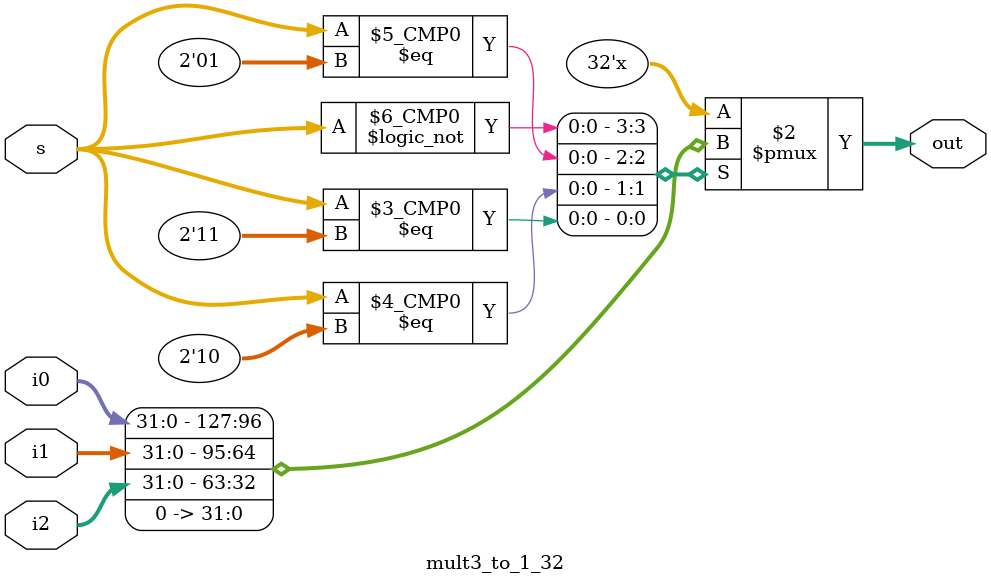
<source format=v>
module mult3_to_1_32(out, i0, i1, i2, s);
input [31:0] i0, i1, i2;
input [1:0] s;
output reg [31:0] out;

always @(i0 or i1 or i2 or s)
begin
	case(s)
		2'b00: out = i0;
		2'b01: out = i1;
		2'b10: out = i2;
		2'b11: out = 32'b0;
	endcase
end
endmodule
</source>
